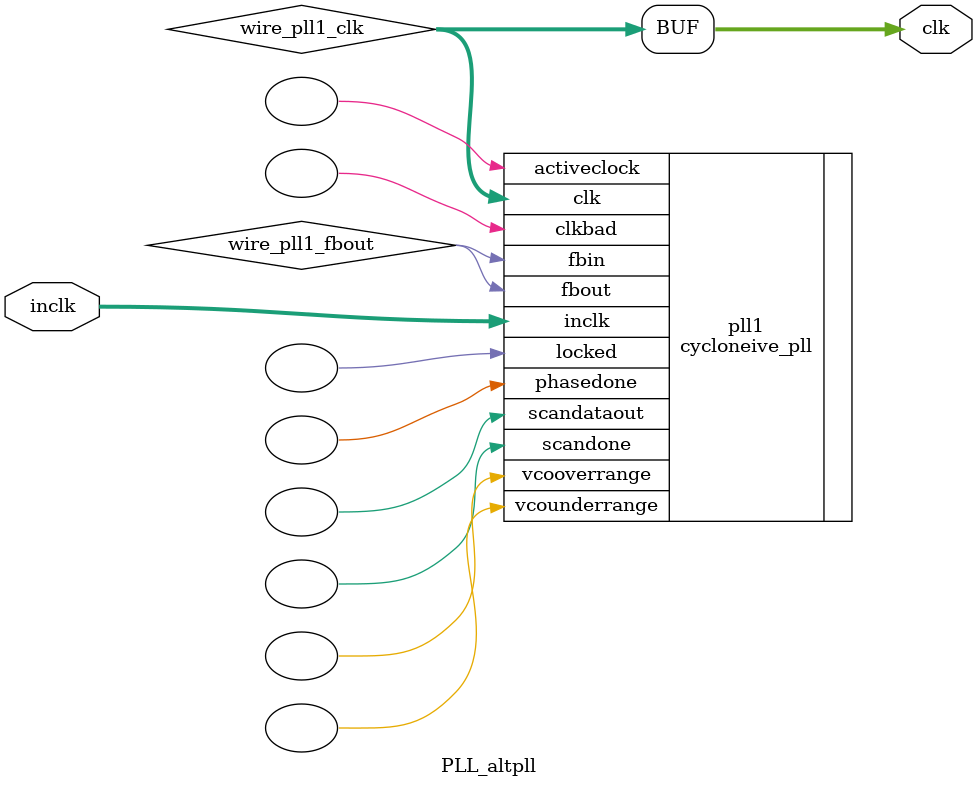
<source format=v>






//synthesis_resources = cycloneive_pll 1 
//synopsys translate_off
`timescale 1 ps / 1 ps
//synopsys translate_on
module  PLL_altpll
	( 
	clk,
	inclk) /* synthesis synthesis_clearbox=1 */;
	output   [4:0]  clk;
	input   [1:0]  inclk;
`ifndef ALTERA_RESERVED_QIS
// synopsys translate_off
`endif
	tri0   [1:0]  inclk;
`ifndef ALTERA_RESERVED_QIS
// synopsys translate_on
`endif

	wire  [4:0]   wire_pll1_clk;
	wire  wire_pll1_fbout;

	cycloneive_pll   pll1
	( 
	.activeclock(),
	.clk(wire_pll1_clk),
	.clkbad(),
	.fbin(wire_pll1_fbout),
	.fbout(wire_pll1_fbout),
	.inclk(inclk),
	.locked(),
	.phasedone(),
	.scandataout(),
	.scandone(),
	.vcooverrange(),
	.vcounderrange()
	`ifndef FORMAL_VERIFICATION
	// synopsys translate_off
	`endif
	,
	.areset(1'b0),
	.clkswitch(1'b0),
	.configupdate(1'b0),
	.pfdena(1'b1),
	.phasecounterselect({3{1'b0}}),
	.phasestep(1'b0),
	.phaseupdown(1'b0),
	.scanclk(1'b0),
	.scanclkena(1'b1),
	.scandata(1'b0)
	`ifndef FORMAL_VERIFICATION
	// synopsys translate_on
	`endif
	);
	defparam
		pll1.bandwidth_type = "auto",
		pll1.clk0_divide_by = 50,
		pll1.clk0_duty_cycle = 50,
		pll1.clk0_multiply_by = 1,
		pll1.clk0_phase_shift = "0",
		pll1.compensate_clock = "clk0",
		pll1.inclk0_input_frequency = 20000,
		pll1.operation_mode = "normal",
		pll1.pll_type = "auto",
		pll1.lpm_type = "cycloneive_pll";
	assign
		clk = {wire_pll1_clk[4:0]};
endmodule //PLL_altpll
//VALID FILE

</source>
